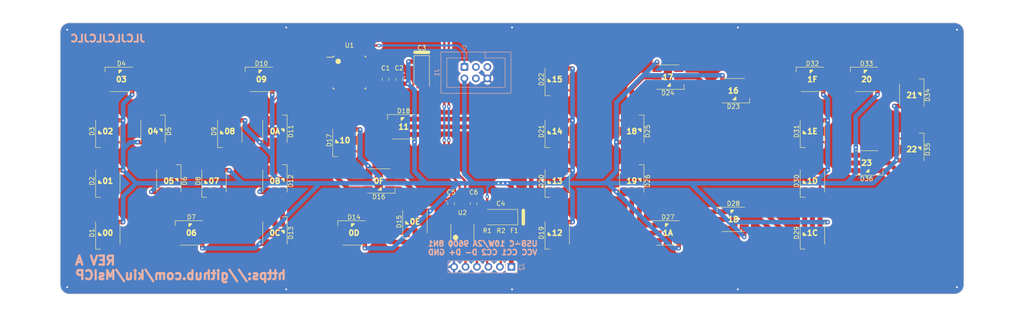
<source format=kicad_pcb>
(kicad_pcb (version 20221018) (generator pcbnew)
  (layers (0 "F.Cu" signal) (31 "B.Cu" signal) (34 "B.Paste" user) (35 "F.Paste" user) (36 "B.SilkS" user "B.Silkscreen") (37 "F.SilkS" user "F.Silkscreen") (38 "B.Mask" user) (39 "F.Mask" user) (44 "Edge.Cuts" user))
  (net 0 "")
  (net 1 "VCC")
  (net 2 "GND")
  (net 3 "MOSI")
  (net 4 "Net-(D1-CO)")
  (net 5 "Net-(D1-DO)")
  (net 6 "Net-(D2-CO)")
  (net 7 "Net-(D2-DO)")
  (net 8 "Net-(D3-CO)")
  (net 9 "Net-(D3-DO)")
  (net 10 "Net-(D4-CO)")
  (net 11 "Net-(D4-DO)")
  (net 12 "Net-(D5-CO)")
  (net 13 "Net-(D5-DO)")
  (net 14 "Net-(D6-CO)")
  (net 15 "Net-(D6-DO)")
  (net 16 "Net-(D7-CO)")
  (net 17 "Net-(D7-DO)")
  (net 18 "Net-(D8-CO)")
  (net 19 "Net-(D8-DO)")
  (net 20 "Net-(D10-CI)")
  (net 21 "Net-(D10-DI)")
  (net 22 "Net-(D10-CO)")
  (net 23 "Net-(D10-DO)")
  (net 24 "Net-(D11-CO)")
  (net 25 "Net-(D11-DO)")
  (net 26 "Net-(D12-CO)")
  (net 27 "Net-(D12-DO)")
  (net 28 "Net-(D13-CO)")
  (net 29 "Net-(D13-DO)")
  (net 30 "Net-(D14-CO)")
  (net 31 "Net-(D14-DO)")
  (net 32 "Net-(D15-CO)")
  (net 33 "Net-(D15-DO)")
  (net 34 "Net-(D16-CO)")
  (net 35 "Net-(D16-DO)")
  (net 36 "Net-(D17-CO)")
  (net 37 "Net-(D17-DO)")
  (net 38 "Net-(D18-CO)")
  (net 39 "Net-(D18-DO)")
  (net 40 "Net-(D19-CO)")
  (net 41 "Net-(D19-DO)")
  (net 42 "Net-(D20-CO)")
  (net 43 "Net-(D20-DO)")
  (net 44 "Net-(D21-CO)")
  (net 45 "Net-(D21-DO)")
  (net 46 "Net-(D22-CO)")
  (net 47 "Net-(D22-DO)")
  (net 48 "Net-(D23-CO)")
  (net 49 "Net-(D23-DO)")
  (net 50 "Net-(D24-CO)")
  (net 51 "Net-(D24-DO)")
  (net 52 "Net-(D25-CO)")
  (net 53 "Net-(D25-DO)")
  (net 54 "Net-(D26-CO)")
  (net 55 "Net-(D26-DO)")
  (net 56 "Net-(D27-CO)")
  (net 57 "Net-(D27-DO)")
  (net 58 "Net-(D28-CO)")
  (net 59 "Net-(D28-DO)")
  (net 60 "Net-(D29-CO)")
  (net 61 "Net-(D29-DO)")
  (net 62 "Net-(D30-CO)")
  (net 63 "Net-(D30-DO)")
  (net 64 "Net-(D31-CO)")
  (net 65 "Net-(D31-DO)")
  (net 66 "Net-(D32-CO)")
  (net 67 "Net-(D32-DO)")
  (net 68 "Net-(D33-CO)")
  (net 69 "Net-(D33-DO)")
  (net 70 "Net-(D34-CO)")
  (net 71 "Net-(D34-DO)")
  (net 72 "UPDI")
  (net 73 "SCK")
  (net 96 "Net-(D35-CO)")
  (net 97 "Net-(D35-DO)")
  (net 103 "Net-(U2-V3)")
  (net 104 "USB_D+")
  (net 105 "USB_D-")
  (net 107 "USB_TXD")
  (net 108 "USB_RXD")
  (net 109 "Net-(J2-Pin_1)")
  (net 110 "Net-(J2-Pin_2)")
  (net 111 "Net-(J2-Pin_3)")
  (footprint "LED_SMD:LED_RGB_5050-6" (layer "F.Cu") (at 118.5 84 90)
    (fp_text reference "D15")
    (fp_text value "APA102")
  )
  (footprint "LED_SMD:LED_RGB_5050-6" (layer "F.Cu") (at 110.5 75 180)
    (fp_text reference "D16")
    (fp_text value "APA102")
  )
  (footprint "Capacitor_SMD:C_0805_2012Metric" (layer "F.Cu") (at 131.5 80 90)
    (fp_text reference "C6")
    (fp_text value "100nF")
  )
  (footprint "LED_SMD:LED_RGB_5050-6" (layer "F.Cu") (at 84.5 52.5)
    (fp_text reference "D10")
    (fp_text value "APA102")
  )
  (footprint "Resistor_SMD:R_0805_2012Metric" (layer "F.Cu") (at 137.5 88.5 90)
    (fp_text reference "R2")
    (fp_text value "5k1")
  )
  (footprint "Capacitor_Tantalum_SMD:CP_EIA-6032-28_Kemet-C" (layer "F.Cu") (at 120 51 -90)
    (fp_text reference "C3")
    (fp_text value "220uF")
  )
  (footprint "LED_SMD:LED_RGB_5050-6" (layer "F.Cu") (at 189 83.5)
    (fp_text reference "D28")
    (fp_text value "APA102")
  )
  (footprint "LED_SMD:LED_RGB_5050-6" (layer "F.Cu") (at 50.5 86.5 90)
    (fp_text reference "D1")
    (fp_text value "APA102")
  )
  (footprint "Capacitor_SMD:C_0805_2012Metric" (layer "F.Cu") (at 112 52.5 90)
    (fp_text reference "C1")
    (fp_text value "10nF")
  )
  (footprint "LED_SMD:LED_RGB_5050-6" (layer "F.Cu") (at 64 75 -90)
    (fp_text reference "D6")
    (fp_text value "APA102")
  )
  (footprint "LED_SMD:LED_RGB_5050-6" (layer "F.Cu") (at 87.5 75 -90)
    (fp_text reference "D12")
    (fp_text value "APA102")
  )
  (footprint "LED_SMD:LED_RGB_5050-6" (layer "F.Cu") (at 87.5 86.5 -90)
    (fp_text reference "D13")
    (fp_text value "APA102")
  )
  (footprint "LED_SMD:LED_RGB_5050-6" (layer "F.Cu") (at 166.5 75 -90)
    (fp_text reference "D26")
    (fp_text value "APA102")
  )
  (footprint "LED_SMD:LED_RGB_5050-6" (layer "F.Cu") (at 60.5 64 -90)
    (fp_text reference "D5")
    (fp_text value "APA102")
  )
  (footprint "Capacitor_SMD:C_0805_2012Metric" (layer "F.Cu") (at 126.5 80 90)
    (fp_text reference "C5")
    (fp_text value "100nF")
  )
  (footprint "LED_SMD:LED_RGB_5050-6" (layer "F.Cu") (at 150 64 90)
    (fp_text reference "D21")
    (fp_text value "APA102")
  )
  (footprint "LED_SMD:LED_RGB_5050-6" (layer "F.Cu") (at 174.5 86.5)
    (fp_text reference "D27")
    (fp_text value "APA102")
  )
  (footprint "LED_SMD:LED_RGB_5050-6" (layer "F.Cu") (at 150 86.5 90)
    (fp_text reference "D19")
    (fp_text value "APA102")
  )
  (footprint "Fuse:Fuse_0805_2012Metric" (layer "F.Cu") (at 140.5 88.5 90)
    (fp_text reference "F1")
    (fp_text value "Polyfuse")
  )
  (footprint "LED_SMD:LED_RGB_5050-6" (layer "F.Cu") (at 150 75 90)
    (fp_text reference "D20")
    (fp_text value "APA102")
  )
  (footprint "LED_SMD:LED_RGB_5050-6" (layer "F.Cu") (at 174.5 52 180)
    (fp_text reference "D24")
    (fp_text value "APA102")
  )
  (footprint "LED_SMD:LED_RGB_5050-6" (layer "F.Cu") (at 189 55 180)
    (fp_text reference "D23")
    (fp_text value "APA102")
  )
  (footprint "LED_SMD:LED_RGB_5050-6" (layer "F.Cu") (at 53.5 52.5)
    (fp_text reference "D4")
    (fp_text value "APA102")
  )
  (footprint "LED_SMD:LED_RGB_5050-6" (layer "F.Cu") (at 87.5 64 -90)
    (fp_text reference "D11")
    (fp_text value "APA102")
  )
  (footprint "Capacitor_Tantalum_SMD:CP_EIA-6032-28_Kemet-C" (layer "F.Cu") (at 137.5 83 180)
    (fp_text reference "C4")
    (fp_text value "220uF")
  )
  (footprint "Package_QFP:TQFP-32_7x7mm_P0.8mm" (layer "F.Cu") (at 104 51)
    (fp_text reference "U1")
    (fp_text value "AVR64DD32")
  )
  (footprint "LED_SMD:LED_RGB_5050-6" (layer "F.Cu") (at 218.5 52.5)
    (fp_text reference "D33")
    (fp_text value "APA102")
  )
  (footprint "LED_SMD:LED_RGB_5050-6" (layer "F.Cu") (at 206.5 64 90)
    (fp_text reference "D31")
    (fp_text value "APA102")
  )
  (footprint "LED_SMD:LED_RGB_5050-6" (layer "F.Cu") (at 74 75 90)
    (fp_text reference "D8")
    (fp_text value "APA102")
  )
  (footprint "LED_SMD:LED_RGB_5050-6" (layer "F.Cu") (at 116 63)
    (fp_text reference "D18")
    (fp_text value "APA102")
  )
  (footprint "LED_SMD:LED_RGB_5050-6" (layer "F.Cu") (at 206.5 52.5)
    (fp_text reference "D32")
    (fp_text value "APA102")
  )
  (footprint "Capacitor_SMD:C_0805_2012Metric" (layer "F.Cu") (at 115 52.5 90)
    (fp_text reference "C2")
    (fp_text value "100nF")
  )
  (footprint "LED_SMD:LED_RGB_5050-6" (layer "F.Cu") (at 166.5 64 -90)
    (fp_text reference "D25")
    (fp_text value "APA102")
  )
  (footprint "LED_SMD:LED_RGB_5050-6" (layer "F.Cu") (at 103 66 90)
    (fp_text reference "D17")
    (fp_text value "APA102")
  )
  (footprint "LED_SMD:LED_RGB_5050-6" (layer "F.Cu") (at 69 86.5)
    (fp_text reference "D7")
    (fp_text value "APA102")
  )
  (footprint "LED_SMD:LED_RGB_5050-6" (layer "F.Cu") (at 77.5 64 90)
    (fp_text reference "D9")
    (fp_text value "APA102")
  )
  (footprint "Package_SO:SOP-8_3.9x4.9mm_P1.27mm" (layer "F.Cu") (at 129 86.5 90)
    (fp_text reference "U2")
    (fp_text value "CH340N")
  )
  (footprint "Resistor_SMD:R_0805_2012Metric" (layer "F.Cu") (at 134.5 88.5 90)
    (fp_text reference "R1")
    (fp_text value "5k1")
  )
  (footprint "LED_SMD:LED_RGB_5050-6" (layer "F.Cu") (at 206.5 75 90)
    (fp_text reference "D30")
    (fp_text value "APA102")
  )
  (footprint "LED_SMD:LED_RGB_5050-6" (layer "F.Cu") (at 150 52.5 90)
    (fp_text reference "D22")
    (fp_text value "APA102")
  )
  (footprint "LED_SMD:LED_RGB_5050-6" (layer "F.Cu") (at 228.5 56 -90)
    (fp_text reference "D34")
    (fp_text value "APA102")
  )
  (footprint "LED_SMD:LED_RGB_5050-6" (layer "F.Cu") (at 50.5 75 90)
    (fp_text reference "D2")
    (fp_text value "APA102")
  )
  (footprint "LED_SMD:LED_RGB_5050-6" (layer "F.Cu") (at 218.5 71 180)
    (fp_text reference "D36")
    (fp_text value "APA102")
  )
  (footprint "LED_SMD:LED_RGB_5050-6" (layer "F.Cu") (at 105 86.5)
    (fp_text reference "D14")
    (fp_text value "APA102")
  )
  (footprint "LED_SMD:LED_RGB_5050-6" (layer "F.Cu") (at 50.5 64 90)
    (fp_text reference "D3")
    (fp_text value "APA102")
  )
  (footprint "LED_SMD:LED_RGB_5050-6" (layer "F.Cu") (at 228.5 68 -90)
    (fp_text reference "D35")
    (fp_text value "APA102")
  )
  (footprint "LED_SMD:LED_RGB_5050-6" (layer "F.Cu") (at 206.5 86.5 90)
    (fp_text reference "D29")
    (fp_text value "APA102")
  )
  (footprint "Connector_PinHeader_2.54mm:PinHeader_1x06_P2.54mm_Vertical" (layer "B.Cu") (at 139.85 94 90)
    (fp_text reference "J2")
    (fp_text value "Conn_01x06")
  )
  (footprint "Connector_IDC:IDC-Header_2x03_P2.54mm_Vertical" (layer "B.Cu") (at 129.455 49.7475 -90)
    (fp_text reference "J1")
    (fp_text value "AVR-UPDI-6")
  )
  (gr_line (start 115.5 61) (end 116 61) (stroke (width 0.3)) (layer "F.SilkS"))
  (gr_line (start 148 87) (end 148 86.5) (stroke (width 0.3)) (layer "F.SilkS"))
  (gr_line (start 65.5 74.5) (end 66 74.5) (stroke (width 0.3)) (layer "F.SilkS"))
  (gr_line (start 76 64.5) (end 75.5 64.5) (stroke (width 0.3)) (layer "F.SilkS"))
  (gr_line (start 89.5 74.5) (end 89.5 75) (stroke (width 0.3)) (layer "F.SilkS"))
  (gr_line (start 89 74.5) (end 89.5 74.5) (stroke (width 0.3)) (layer "F.SilkS"))
  (gr_line (start 230.5 56) (end 230 55.5) (stroke (width 0.3)) (layer "F.SilkS"))
  (gr_line (start 206 51) (end 206 50.5) (stroke (width 0.3)) (layer "F.SilkS"))
  (gr_line (start 230.5 55.5) (end 230.5 56) (stroke (width 0.3)) (layer "F.SilkS"))
  (gr_line (start 168.5 63.5) (end 168.5 64) (stroke (width 0.3)) (layer "F.SilkS"))
  (gr_line (start 75.5 64.5) (end 75.5 64) (stroke (width 0.3)) (layer "F.SilkS"))
  (gr_line (start 148.5 75.5) (end 148 75.5) (stroke (width 0.3)) (layer "F.SilkS"))
  (gr_line (start 148.5 64.5) (end 148 64.5) (stroke (width 0.3)) (layer "F.SilkS"))
  (gr_circle (center 101.5 48.5) (end 102 48.5) (stroke (width 0.2)) (fill solid) (layer "F.SilkS"))
  (gr_line (start 148 64) (end 148.5 64.5) (stroke (width 0.3)) (layer "F.SilkS"))
  (gr_line (start 204.5 64) (end 205 64.5) (stroke (width 0.3)) (layer "F.SilkS"))
  (gr_line (start 168.5 64) (end 168 63.5) (stroke (width 0.3)) (layer "F.SilkS"))
  (gr_line (start 110.5 77) (end 111 76.5) (stroke (width 0.3)) (layer "F.SilkS"))
  (gr_line (start 204.5 75.5) (end 204.5 75) (stroke (width 0.3)) (layer "F.SilkS"))
  (gr_line (start 53 50.5) (end 53.5 50.5) (stroke (width 0.3)) (layer "F.SilkS"))
  (gr_line (start 89.5 64) (end 89 63.5) (stroke (width 0.3)) (layer "F.SilkS"))
  (gr_line (start 230.5 68) (end 230 67.5) (stroke (width 0.3)) (layer "F.SilkS"))
  (gr_line (start 89.5 75) (end 89 74.5) (stroke (width 0.3)) (layer "F.SilkS"))
  (gr_line (start 218.5 50.5) (end 218 51) (stroke (width 0.3)) (layer "F.SilkS"))
  (gr_line (start 101 66.5) (end 101 66) (stroke (width 0.3)) (layer "F.SilkS"))
  (gr_line (start 104.5 85) (end 104.5 84.5) (stroke (width 0.3)) (layer "F.SilkS"))
  (gr_line (start 89.5 63.5) (end 89.5 64) (stroke (width 0.3)) (layer "F.SilkS"))
  (gr_line (start 66 75) (end 65.5 74.5) (stroke (width 0.3)) (layer "F.SilkS"))
  (gr_line (start 219 73) (end 218.5 73) (stroke (width 0.3)) (layer "F.SilkS"))
  (gr_line (start 115.5 61.5) (end 115.5 61) (stroke (width 0.3)) (layer "F.SilkS"))
  (gr_line (start 68.5 84.5) (end 69 84.5) (stroke (width 0.3)) (layer "F.SilkS"))
  (gr_line (start 205 75.5) (end 204.5 75.5) (stroke (width 0.3)) (layer "F.SilkS"))
  (gr_line (start 48.5 87) (end 48.5 86.5) (stroke (width 0.3)) (layer "F.SilkS"))
  (gr_line (start 48.5 86.5) (end 49 87) (stroke (width 0.3)) (layer "F.SilkS"))
  (gr_line (start 62.5 63.5) (end 62.5 64) (stroke (width 0.3)) (layer "F.SilkS"))
  (gr_line (start 53 51) (end 53 50.5) (stroke (width 0.3)) (layer "F.SilkS"))
  (gr_line (start 205 87) (end 204.5 87) (stroke (width 0.3)) (layer "F.SilkS"))
  (gr_line (start 218 50.5) (end 218.5 50.5) (stroke (width 0.3)) (layer "F.SilkS"))
  (gr_line (start 68.5 85) (end 68.5 84.5) (stroke (width 0.3)) (layer "F.SilkS"))
  (gr_line (start 174.5 54) (end 175 53.5) (stroke (width 0.3)) (layer "F.SilkS"))
  (gr_line (start 168.5 75) (end 168 74.5) (stroke (width 0.3)) (layer "F.SilkS"))
  (gr_line (start 189 57) (end 189.5 56.5) (stroke (width 0.3)) (layer "F.SilkS"))
  (gr_line (start 148 75.5) (end 148 75) (stroke (width 0.3)) (layer "F.SilkS"))
  (gr_line (start 148 52.5) (end 148.5 53) (stroke (width 0.3)) (layer "F.SilkS"))
  (gr_line (start 188.5 82) (end 188.5 81.5) (stroke (width 0.3)) (layer "F.SilkS"))
  (gr_circle (center 127.5 87.5) (end 128 87.5) (stroke (width 0.2)) (fill solid) (layer "F.SilkS"))
  (gr_line (start 204.5 87) (end 204.5 86.5) (stroke (width 0.3)) (layer "F.SilkS"))
  (gr_line (start 204.5 75) (end 205 75.5) (stroke (width 0.3)) (layer "F.SilkS"))
  (gr_line (start 142.5 84.5) (end 142.5 81.5) (stroke (width 0.75)) (layer "F.SilkS"))
  (gr_line (start 49 87) (end 48.5 87) (stroke (width 0.3)) (layer "F.SilkS"))
  (gr_line (start 116.5 84) (end 117 84.5) (stroke (width 0.3)) (layer "F.SilkS"))
  (gr_line (start 84.5 50.5) (end 84 51) (stroke (width 0.3)) (layer "F.SilkS"))
  (gr_line (start 48.5 75) (end 49 75.5) (stroke (width 0.3)) (layer "F.SilkS"))
  (gr_line (start 148 86.5) (end 148.5 87) (stroke (width 0.3)) (layer "F.SilkS"))
  (gr_line (start 101.5 66.5) (end 101 66.5) (stroke (width 0.3)) (layer "F.SilkS"))
  (gr_line (start 111 76.5) (end 111 77) (stroke (width 0.3)) (layer "F.SilkS"))
  (gr_line (start 53.5 50.5) (end 53 51) (stroke (width 0.3)) (layer "F.SilkS"))
  (gr_line (start 72 75.5) (end 72 75) (stroke (width 0.3)) (layer "F.SilkS"))
  (gr_line (start 111 77) (end 110.5 77) (stroke (width 0.3)) (layer "F.SilkS"))
  (gr_line (start 188.5 81.5) (end 189 81.5) (stroke (width 0.3)) (layer "F.SilkS"))
  (gr_line (start 148.5 87) (end 148 87) (stroke (width 0.3)) (layer "F.SilkS"))
  (gr_line (start 189.5 57) (end 189 57) (stroke (width 0.3)) (layer "F.SilkS"))
  (gr_line (start 230.5 67.5) (end 230.5 68) (stroke (width 0.3)) (layer "F.SilkS"))
  (gr_line (start 230 67.5) (end 230.5 67.5) (stroke (width 0.3)) (layer "F.SilkS"))
  (gr_line (start 105 84.5) (end 104.5 85) (stroke (width 0.3)) (layer "F.SilkS"))
  (gr_line (start 72.5 75.5) (end 72 75.5) (stroke (width 0.3)) (layer "F.SilkS"))
  (gr_line (start 175 54) (end 174.5 54) (stroke (width 0.3)) (layer "F.SilkS"))
  (gr_line (start 189 81.5) (end 188.5 82) (stroke (width 0.3)) (layer "F.SilkS"))
  (gr_line (start 66 74.5) (end 66 75) (stroke (width 0.3)) (layer "F.SilkS"))
  (gr_line (start 218.5 73) (end 219 72.5) (stroke (width 0.3)) (layer "F.SilkS"))
  (gr_line (start 104.5 84.5) (end 105 84.5) (stroke (width 0.3)) (layer "F.SilkS"))
  (gr_line (start 48.5 75.5) (end 48.5 75) (stroke (width 0.3)) (layer "F.SilkS"))
  (gr_line (start 48.5 64.5) (end 48.5 64) (stroke (width 0.3)) (layer "F.SilkS"))
  (gr_line (start 206.5 50.5) (end 206 51) (stroke (width 0.3)) (layer "F.SilkS"))
  (gr_line (start 174 85) (end 174 84.5) (stroke (width 0.3)) (layer "F.SilkS"))
  (gr_line (start 174.5 84.5) (end 174 85) (stroke (width 0.3)) (layer "F.SilkS"))
  (gr_line (start 148 64.5) (end 148 64) (stroke (width 0.3)) (layer "F.SilkS"))
  (gr_line (start 148 53) (end 148 52.5) (stroke (width 0.3)) (layer "F.SilkS"))
  (gr_line (start 89 63.5) (end 89.5 63.5) (stroke (width 0.3)) (layer "F.SilkS"))
  (gr_line (start 62.5 64) (end 62 63.5) (stroke (width 0.3)) (layer "F.SilkS"))
  (gr_line (start 218 51) (end 218 50.5) (stroke (width 0.3)) (layer "F.SilkS"))
  (gr_line (start 117 84.5) (end 116.5 84.5) (stroke (width 0.3)) (layer "F.SilkS"))
  (gr_line (start 168 74.5) (end 168.5 74.5) (stroke (width 0.3)) (layer "F.SilkS"))
  (gr_line (start 189.5 56.5) (end 189.5 57) (stroke (width 0.3)) (layer "F.SilkS"))
  (gr_line (start 101 66) (end 101.5 66.5) (stroke (width 0.3)) (layer "F.SilkS"))
  (gr_line (start 174 84.5) (end 174.5 84.5) (stroke (width 0.3)) (layer "F.SilkS"))
  (gr_line (start 205 64.5) (end 204.5 64.5) (stroke (width 0.3)) (layer "F.SilkS"))
  (gr_line (start 89.5 86) (end 89.5 86.5) (stroke (width 0.3)) (layer "F.SilkS"))
  (gr_line (start 219 72.5) (end 219 73) (stroke (width 0.3)) (layer "F.SilkS"))
  (gr_line (start 49 75.5) (end 48.5 75.5) (stroke (width 0.3)) (layer "F.SilkS"))
  (gr_line (start 148 75) (end 148.5 75.5) (stroke (width 0.3)) (layer "F.SilkS"))
  (gr_line (start 116 61) (end 115.5 61.5) (stroke (width 0.3)) (layer "F.SilkS"))
  (gr_line (start 148.5 53) (end 148 53) (stroke (width 0.3)) (layer "F.SilkS"))
  (gr_line (start 121.5 46.5) (end 118.5 46.5) (stroke (width 0.75)) (layer "F.SilkS"))
  (gr_line (start 175 53.5) (end 175 54) (stroke (width 0.3)) (layer "F.SilkS"))
  (gr_line (start 72 75) (end 72.5 75.5) (stroke (width 0.3)) (layer "F.SilkS"))
  (gr_line (start 75.5 64) (end 76 64.5) (stroke (width 0.3)) (layer "F.SilkS"))
  (gr_line (start 206 50.5) (end 206.5 50.5) (stroke (width 0.3)) (layer "F.SilkS"))
  (gr_line (start 168 63.5) (end 168.5 63.5) (stroke (width 0.3)) (layer "F.SilkS"))
  (gr_line (start 84 50.5) (end 84.5 50.5) (stroke (width 0.3)) (layer "F.SilkS"))
  (gr_line (start 168.5 74.5) (end 168.5 75) (stroke (width 0.3)) (layer "F.SilkS"))
  (gr_line (start 89.5 86.5) (end 89 86) (stroke (width 0.3)) (layer "F.SilkS"))
  (gr_line (start 49 64.5) (end 48.5 64.5) (stroke (width 0.3)) (layer "F.SilkS"))
  (gr_line (start 204.5 86.5) (end 205 87) (stroke (width 0.3)) (layer "F.SilkS"))
  (gr_line (start 69 84.5) (end 68.5 85) (stroke (width 0.3)) (layer "F.SilkS"))
  (gr_line (start 62 63.5) (end 62.5 63.5) (stroke (width 0.3)) (layer "F.SilkS"))
  (gr_line (start 116.5 84.5) (end 116.5 84) (stroke (width 0.3)) (layer "F.SilkS"))
  (gr_line (start 204.5 64.5) (end 204.5 64) (stroke (width 0.3)) (layer "F.SilkS"))
  (gr_line (start 89 86) (end 89.5 86) (stroke (width 0.3)) (layer "F.SilkS"))
  (gr_line (start 48.5 64) (end 49 64.5) (stroke (width 0.3)) (layer "F.SilkS"))
  (gr_line (start 84 51) (end 84 50.5) (stroke (width 0.3)) (layer "F.SilkS"))
  (gr_line (start 230 55.5) (end 230.5 55.5) (stroke (width 0.3)) (layer "F.SilkS"))
  (gr_line (start 238 40) (end 42 40) (stroke (width 0.1)) (layer "Edge.Cuts"))
  (gr_arc (start 42 100) (mid 40.585786 99.414214) (end 40 98) (stroke (width 0.1)) (layer "Edge.Cuts"))
  (gr_line (start 42 100) (end 238 100) (stroke (width 0.1)) (layer "Edge.Cuts"))
  (gr_line (start 40 42) (end 40 98) (stroke (width 0.1)) (layer "Edge.Cuts"))
  (gr_arc (start 238 40) (mid 239.414214 40.585786) (end 240 42) (stroke (width 0.1)) (layer "Edge.Cuts"))
  (gr_arc (start 240 98) (mid 239.414214 99.414214) (end 238 100) (stroke (width 0.1)) (layer "Edge.Cuts"))
  (gr_arc (start 40 42) (mid 40.585786 40.585786) (end 42 40) (stroke (width 0.1)) (layer "Edge.Cuts"))
  (gr_line (start 240 98) (end 240 42) (stroke (width 0.1)) (layer "Edge.Cuts"))
  (gr_text "USB-C 10W/2A 9600 8N1\nVCC CC1 CC2 D- D+ GND\n" (at 133.5 91.5) (layer "B.SilkS") (effects (font (size 1.2 1.2) (thickness 0.3) bold) (justify bottom mirror)))
  (gr_text "JLCJLCJLCJLC" (at 42 42.5) (layer "B.SilkS") (effects (font (size 1.6 1.6) (thickness 0.4) bold) (justify right top mirror)))
  (gr_text "REV A\nhttps://github.com/kiu/MsICP" (at 43 97) (layer "B.SilkS") (effects (font (size 2 2) (thickness 0.5) bold) (justify right bottom mirror)))
  (gr_text "16" (at 189 55) (layer "F.SilkS") (effects (font (size 1.2 1.2) (thickness 0.3) bold)))
  (gr_text "1F" (at 206.5 52.5) (layer "F.SilkS") (effects (font (size 1.2 1.2) (thickness 0.3) bold)))
  (gr_text "04" (at 60.5 64) (layer "F.SilkS") (effects (font (size 1.2 1.2) (thickness 0.3) bold)))
  (gr_text "0A" (at 87.5 64) (layer "F.SilkS") (effects (font (size 1.2 1.2) (thickness 0.3) bold)))
  (gr_text "03" (at 53.5 52.5) (layer "F.SilkS") (effects (font (size 1.2 1.2) (thickness 0.3) bold)))
  (gr_text "11" (at 116 63) (layer "F.SilkS") (effects (font (size 1.2 1.2) (thickness 0.3) bold)))
  (gr_text "12" (at 150 86.5) (layer "F.SilkS") (effects (font (size 1.2 1.2) (thickness 0.3) bold)))
  (gr_text "0D" (at 105 86.5) (layer "F.SilkS") (effects (font (size 1.2 1.2) (thickness 0.3) bold)))
  (gr_text "21" (at 228.5 56) (layer "F.SilkS") (effects (font (size 1.2 1.2) (thickness 0.3) bold)))
  (gr_text "14" (at 150 64) (layer "F.SilkS") (effects (font (size 1.2 1.2) (thickness 0.3) bold)))
  (gr_text "23" (at 218.5 71) (layer "F.SilkS") (effects (font (size 1.2 1.2) (thickness 0.3) bold)))
  (gr_text "22" (at 228.5 68) (layer "F.SilkS") (effects (font (size 1.2 1.2) (thickness 0.3) bold)))
  (gr_text "05" (at 64 75) (layer "F.SilkS") (effects (font (size 1.2 1.2) (thickness 0.3) bold)))
  (gr_text "20" (at 218.5 52.5) (layer "F.SilkS") (effects (font (size 1.2 1.2) (thickness 0.3) bold)))
  (gr_text "1E" (at 206.5 64) (layer "F.SilkS") (effects (font (size 1.2 1.2) (thickness 0.3) bold)))
  (gr_text "09" (at 84.5 52.5) (layer "F.SilkS") (effects (font (size 1.2 1.2) (thickness 0.3) bold)))
  (gr_text "07" (at 74 75) (layer "F.SilkS") (effects (font (size 1.2 1.2) (thickness 0.3) bold)))
  (gr_text "1C" (at 206.5 86.5) (layer "F.SilkS") (effects (font (size 1.2 1.2) (thickness 0.3) bold)))
  (gr_text "19" (at 166.5 75) (layer "F.SilkS") (effects (font (size 1.2 1.2) (thickness 0.3) bold)))
  (gr_text "0B" (at 87.5 75) (layer "F.SilkS") (effects (font (size 1.2 1.2) (thickness 0.3) bold)))
  (gr_text "1B" (at 189 83.5) (layer "F.SilkS") (effects (font (size 1.2 1.2) (thickness 0.3) bold)))
  (gr_text "0C" (at 87.5 86.5) (layer "F.SilkS") (effects (font (size 1.2 1.2) (thickness 0.3) bold)))
  (gr_text "0E" (at 118.5 84) (layer "F.SilkS") (effects (font (size 1.2 1.2) (thickness 0.3) bold)))
  (gr_text "08" (at 77.5 64) (layer "F.SilkS") (effects (font (size 1.2 1.2) (thickness 0.3) bold)))
  (gr_text "10" (at 103 66) (layer "F.SilkS") (effects (font (size 1.2 1.2) (thickness 0.3) bold)))
  (gr_text "06" (at 69 86.5) (layer "F.SilkS") (effects (font (size 1.2 1.2) (thickness 0.3) bold)))
  (gr_text "02" (at 50.5 64) (layer "F.SilkS") (effects (font (size 1.2 1.2) (thickness 0.3) bold)))
  (gr_text "1A" (at 174.5 86.5) (layer "F.SilkS") (effects (font (size 1.2 1.2) (thickness 0.3) bold)))
  (gr_text "00" (at 50.5 86.5) (layer "F.SilkS") (effects (font (size 1.2 1.2) (thickness 0.3) bold)))
  (gr_text "15" (at 150 52.5) (layer "F.SilkS") (effects (font (size 1.2 1.2) (thickness 0.3) bold)))
  (gr_text "0F" (at 110.5 75) (layer "F.SilkS") (effects (font (size 1.2 1.2) (thickness 0.3) bold)))
  (gr_text "01" (at 50.5 75) (layer "F.SilkS") (effects (font (size 1.2 1.2) (thickness 0.3) bold)))
  (gr_text "1D" (at 206.5 75) (layer "F.SilkS") (effects (font (size 1.2 1.2) (thickness 0.3) bold)))
  (gr_text "18" (at 166.5 64) (layer "F.SilkS") (effects (font (size 1.2 1.2) (thickness 0.3) bold)))
  (gr_text "13" (at 150 75) (layer "F.SilkS") (effects (font (size 1.2 1.2) (thickness 0.3) bold)))
  (gr_text "17" (at 174.5 52) (layer "F.SilkS") (effects (font (size 1.2 1.2) (thickness 0.3) bold)))
  (segment (start 79.2 61.6) (end 80.9 61.6) (width 1) (layer "F.Cu") (net 1))
  (segment (start 137 75.5) (end 139 75.5) (width 1) (layer "F.Cu") (net 1))
  (segment (start 130.905 83.875) (end 130.905 82.595) (width 0.5) (layer "F.Cu") (net 1))
  (segment (start 172.1 50.3) (end 172.1 48.6) (width 1) (layer "F.Cu") (net 1))
  (segment (start 120.2 81.6) (end 121.9 81.6) (width 1) (layer "F.Cu") (net 1))
  (segment (start 131.5 80.95) (end 133.05 80.95) (width 0.5) (layer "F.Cu") (net 1))
  (segment (start 226.8 70.4) (end 225.1 70.4) (width 1) (layer "F.Cu") (net 1))
  (segment (start 139.9625 83) (end 139.9625 76.4625) (width 1) (layer "F.Cu") (net 1))
  (segment (start 131.5 82) (end 131.5 80.95) (width 0.5) (layer "F.Cu") (net 1))
  (segment (start 140.5 86.5) (end 139.9625 85.9625) (width 1) (layer "F.Cu") (net 1))
  (segment (start 208.2 61.6) (end 209.9 61.6) (width 1) (layer "F.Cu") (net 1))
  (segment (start 216.1 69.3) (end 216.1 67.6) (width 1) (layer "F.Cu") (net 1))
  (segment (start 220.9 54.2) (end 220.9 55.9) (width 1) (layer "F.Cu") (net 1))
  (segment (start 102 55.25) (end 102 54.338604) (width 0.5) (layer "F.Cu") (net 1))
  (segment (start 226.8 58.4) (end 224.6 58.4) (width 1) (layer "F.Cu") (net 1))
  (segment (start 151.7 50.1) (end 153.4 50.1) (width 1) (layer "F.Cu") (net 1))
  (segment (start 104.4 51.9) (end 105.5 53) (width 0.5) (layer "F.Cu") (net 1))
  (segment (start 164.8 66.4) (end 163.1 66.4) (width 1) (layer "F.Cu") (net 1))
  (segment (start 208.2 84.1) (end 209.9 84.1) (width 1) (layer "F.Cu") (net 1))
  (segment (start 55.9 54.2) (end 55.9 55.9) (width 1) (layer "F.Cu") (net 1))
  (segment (start 110 53) (end 108.25 53) (width 0.5) (layer "F.Cu") (net 1))
  (segment (start 191.4 85.2) (end 191.4 87.4) (width 1) (layer "F.Cu") (net 1))
  (segment (start 139.9625 76.4625) (end 139 75.5) (width 1) (layer "F.Cu") (net 1))
  (segment (start 130.905 82.595) (end 131.5 82) (width 0.5) (layer "F.Cu") (net 1))
  (segment (start 104.4 46.75) (end 104.4 51.9) (width 0.5) (layer "F.Cu") (net 1))
  (segment (start 58.8 66.4) (end 57.1 66.4) (width 1) (layer "F.Cu") (net 1))
  (segment (start 118.4 64.7) (end 118.4 66.4) (width 1) (layer "F.Cu") (net 1))
  (segment (start 134.5 79.5) (end 134.5 78.5) (width 0.5) (layer "F.Cu") (net 1))
  (segment (start 111.75 53.45) (end 110.45 53.45) (width 0.5) (layer "F.Cu") (net 1))
  (segment (start 52.2 61.6) (end 53.9 61.6) (width 1) (layer "F.Cu") (net 1))
  (segment (start 105.5 53) (end 108.25 53) (width 0.5) (layer "F.Cu") (net 1))
  (segment (start 85.8 77.4) (end 84.1 77.4) (width 1) (layer "F.Cu") (net 1))
  (segment (start 208.9 54.2) (end 208.9 55.9) (width 1) (layer "F.Cu") (net 1))
  (segment (start 52.2 84.1) (end 53.9 84.1) (width 1) (layer "F.Cu") (net 1))
  (segment (start 107.4 88.2) (end 107.4 89.9) (width 1) (layer "F.Cu") (net 1))
  (segment (start 52.2 72.6) (end 53.9 72.6) (width 1) (layer "F.Cu") (net 1))
  (segment (start 208.2 72.6) (end 209.9 72.6) (width 1) (layer "F.Cu") (net 1))
  (segment (start 108.1 73.3) (end 108.1 71.6) (width 1) (layer "F.Cu") (net 1))
  (segment (start 85.8 88.9) (end 84.1 88.9) (width 1) (layer "F.Cu") (net 1))
  (segment (start 62.3 77.4) (end 60.1 77.4) (width 1) (layer "F.Cu") (net 1))
  (segment (start 86.9 54.2) (end 86.9 55.9) (width 1) (layer "F.Cu") (net 1))
  (segment (start 164.8 77.4) (end 163.1 77.4) (width 1) (layer "F.Cu") (net 1))
  (segment (start 102 54.338604) (end 103.338604 53) (width 0.5) (layer "F.Cu") (net 1))
  (segment (start 186.6 53.3) (end 186.6 51.6) (width 1) (layer "F.Cu") (net 1))
  (segment (start 114.76 53.45) (end 111.75 53.45) (width 1) (layer "F.Cu") (net 1))
  (segment (start 139.9625 85.9625) (end 139.9625 83) (width 1) (layer "F.Cu") (net 1))
  (segment (start 140.5 87.5625) (end 140.5 86.5) (width 1) (layer "F.Cu") (net 1))
  (segment (start 133.05 80.95) (end 134.5 79.5) (width 0.5) (layer "F.Cu") (net 1))
  (segment (start 120 48.5375) (end 117.0375 48.5375) (width 1) (layer "F.Cu") (net 1))
  (segment (start 75.7 72.6) (end 77.4 72.6) (width 1) (layer "F.Cu") (net 1))
  (segment (start 110.45 53.45) (end 110 53) (width 0.5) (layer "F.Cu") (net 1))
  (segment (start 104.7 63.6) (end 106.4 63.6) (width 1) (layer "F.Cu") (net 1))
  (segment (start 85.8 66.4) (end 84.1 66.4) (width 1) (layer "F.Cu") (net 1))
  (segment (start 151.7 61.6) (end 153.4 61.6) (width 1) (layer "F.Cu") (net 1))
  (segment (start 176.9 88.2) (end 176.9 89.9) (width 1) (layer "F.Cu") (net 1))
  (segment (start 151.7 84.1) (end 153.4 84.1) (width 1) (layer "F.Cu") (net 1))
  (segment (start 151.7 72.6) (end 153.4 72.6) (width 1) (layer "F.Cu") (net 1))
  (segment (start 114.76 53.45) (end 116.95 53.45) (width 1) (layer "F.Cu") (net 1))
  (segment (start 71.4 88.2) (end 71.4 89.9) (width 1) (layer "F.Cu") (net 1))
  (segment (start 103.338604 53) (end 105.5 53) (width 0.5) (layer "F.Cu") (net 1))
  (via (at 107.4 89.9) (size 0.8) (drill 0.4) (layers "F.Cu" "B.Cu") (net 1))
  (via (at 172.1 48.6) (size 0.8) (drill 0.4) (layers "F.Cu" "B.Cu") (net 1))
  (via (at 80.9 61.6) (size 0.8) (drill 0.4) (layers "F.Cu" "B.Cu") (net 1))
  (via (at 134.5 78.5) (size 0.8) (drill 0.4) (layers "F.Cu" "B.Cu") (net 1))
  (via (at 60.1 77.4) (size 0.8) (drill 0.4) (layers "F.Cu" "B.Cu") (net 1))
  (via (at 86.9 55.9) (size 0.8) (drill 0.4) (layers "F.Cu" "B.Cu") (net 1))
  (via (at 57.1 66.4) (size 0.8) (drill 0.4) (layers "F.Cu" "B.Cu") (net 1))
  (via (at 153.4 50.1) (size 0.8) (drill 0.4) (layers "F.Cu" "B.Cu") (net 1))
  (via (at 84.1 66.4) (size 0.8) (drill 0.4) (layers "F.Cu" "B.Cu") (net 1))
  (via (at 55.9 55.9) (size 0.8) (drill 0.4) (layers "F.Cu" "B.Cu") (net 1))
  (via (at 53.9 72.6) (size 0.8) (drill 0.4) (layers "F.Cu" "B.Cu") (net 1))
  (via (at 116.95 53.45) (size 0.8) (drill 0.4) (layers "F.Cu" "B.Cu") (net 1))
  (via (at 209.9 61.6) (size 0.8) (drill 0.4) (layers "F.Cu" "B.Cu") (net 1))
  (via (at 153.4 61.6) (size 0.8) (drill 0.4) (layers "F.Cu" "B.Cu") (net 1))
  (via (at 225.1 70.4) (size 0.8) (drill 0.4) (layers "F.Cu" "B.Cu") (net 1))
  (via (at 84.1 88.9) (size 0.8) (drill 0.4) (layers "F.Cu" "B.Cu") (net 1))
  (via (at 53.9 84.1) (size 0.8) (drill 0.4) (layers "F.Cu" "B.Cu") (net 1))
  (via (at 153.4 72.6) (size 0.8) (drill 0.4) (layers "F.Cu" "B.Cu") (net 1))
  (via (at 220.9 55.9) (size 0.8) (drill 0.4) (layers "F.Cu" "B.Cu") (net 1))
  (via (at 153.4 84.1) (size 0.8) (drill 0.4) (layers "F.Cu" "B.Cu") (net 1))
  (via (at 224.6 58.4) (size 0.8) (drill 0.4) (layers "F.Cu" "B.Cu") (net 1))
  (via (at 163.1 66.4) (size 0.8) (drill 0.4) (layers "F.Cu" "B.Cu") (net 1))
  (via (at 163.1 77.4) (size 0.8) (drill 0.4) (layers "F.Cu" "B.Cu") (net 1))
  (via (at 117.0375 48.5375) (size 0.8) (drill 0.4) (layers "F.Cu" "B.Cu") (net 1))
  (via (at 108.1 71.6) (size 0.8) (drill 0.4) (layers "F.Cu" "B.Cu") (net 1))
  (via (at 209.9 72.6) (size 0.8) (drill 0.4) (layers "F.Cu" "B.Cu") (net 1))
  (via (at 84.1 77.4) (size 0.8) (drill 0.4) (layers "F.Cu" "B.Cu") (net 1))
  (via (at 186.6 51.6) (size 0.8) (drill 0.4) (layers "F.Cu" "B.Cu") (net 1))
  (via (at 191.4 87.4) (size 0.8) (drill 0.4) (layers "F.Cu" "B.Cu") (net 1))
  (via (at 176.9 89.9) (size 0.8) (drill 0.4) (layers "F.Cu" "B.Cu") (net 1))
  (via (at 53.9 61.6) (size 0.8) (drill 0.4) (layers "F.Cu" "B.Cu") (net 1))
  (via (at 121.9 81.6) (size 0.8) (drill 0.4) (layers "F.Cu" "B.Cu") (net 1))
  (via (at 77.4 72.6) (size 0.8) (drill 0.4) (layers "F.Cu" "B.Cu") (net 1))
  (via (at 216.1 67.6) (size 0.8) (drill 0.4) (layers "F.Cu" "B.Cu") (net 1))
  (via (at 137 75.5) (size 0.8) (drill 0.4) (layers "F.Cu" "B.Cu") (net 1))
  (via (at 118.4 66.4) (size 0.8) (drill 0.4) (layers "F.Cu" "B.Cu") (net 1))
  (via (at 209.9 84.1) (size 0.8) (drill 0.4) (layers "F.Cu" "B.Cu") (net 1))
  (via (at 138 75.5) (size 0.8) (drill 0.4) (layers "F.Cu" "B.Cu") (net 1))
  (via (at 139 75.5) (size 0.8) (drill 0.4) (layers "F.Cu" "B.Cu") (net 1))
  (via (at 106.4 63.6) (size 0.8) (drill 0.4) (layers "F.Cu" "B.Cu") (net 1))
  (via (at 71.4 89.9) (size 0.8) (drill 0.4) (layers "F.Cu" "B.Cu") (net 1))
  (via (at 208.9 55.9) (size 0.8) (drill 0.4) (layers "F.Cu" "B.Cu") (net 1))
  (segment (start 87 75.5) (end 81 75.5) (width 1) (layer "B.Cu") (net 1))
  (segment (start 131.5 75.5) (end 128.5 75.5) (width 1) (layer "B.Cu") (net 1))
  (segment (start 121 75.5) (end 112.5 75.5) (width 1) (layer "B.Cu") (net 1))
  (segment (start 134.5 78.5) (end 134.5 76.5) (width 0.5) (layer "B.Cu") (net 1))
  (segment (start 153.4 77.4) (end 151.5 75.5) (width 1) (layer "B.Cu") (net 1))
  (segment (start 163.1 66.4) (end 163.1 57.6) (width 1) (layer "B.Cu") (net 1))
  (segment (start 186.6 51.6) (end 169.1 51.6) (width 1) (layer "B.Cu") (net 1))
  (segment (start 128.5 75.5) (end 121 75.5) (width 1) (layer "B.Cu") (net 1))
  (segment (start 83.1 89.9) (end 84.1 88.9) (width 1) (layer "B.Cu") (net 1))
  (segment (start 118.4 72.9) (end 121 75.5) (width 1) (layer "B.Cu") (net 1))
  (segment (start 84.1 88.9) (end 97.5 75.5) (width 1) (layer "B.Cu") (net 1))
  (segment (start 106.4 63.6) (end 106.4 69.9) (width 1) (layer "B.Cu") (net 1))
  (segment (start 112 75.5) (end 112.5 75.5) (width 1) (layer "B.Cu") (net 1))
  (segment (start 129.455 73.455) (end 131.5 75.5) (width 1) (layer "B.Cu") (net 1))
  (segment (start 134.5 76.5) (end 135.5 75.5) (width 0.5) (layer "B.Cu") (net 1))
  (segment (start 214 75.5) (end 220 75.5) (width 1) (layer "B.Cu") (net 1))
  (segment (start 178.5 75.5) (end 207 75.5) (width 1) (layer "B.Cu") (net 1))
  (segment (start 118.4 66.4) (end 118.4 72.9) (width 1) (layer "B.Cu") (net 1))
  (segment (start 86.9 73.4) (end 89 75.5) (width 1) (layer "B.Cu") (net 1))
  (segment (start 216.1 60.7) (end 220.9 55.9) (width 1) (layer "B.Cu") (net 1))
  (segment (start 216.1 67.6) (end 216.1 73.4) (width 1) (layer "B.Cu") (net 1))
  (segment (start 53.9 78.4) (end 56.8 75.5) (width 1) (layer "B.Cu") (net 1))
  (segment (start 153.4 73.6) (end 151.5 75.5) (width 1) (layer "B.Cu") (net 1))
  (segment (start 53.9 68) (end 53.9 61.6) (width 1) (layer "B.Cu") (net 1))
  (segment (start 209.9 61.6) (end 209.9 56.9) (width 1) (layer "B.Cu") (net 1))
  (segment (start 80.9 61.6) (end 80.9 63.2) (width 1) (layer "B.Cu") (net 1))
  (segment (start 86 75.5) (end 87 75.5) (width 1) (layer "B.Cu") (net 1))
  (segment (start 163.1 77.4) (end 161.2 75.5) (width 1) (layer "B.Cu") (net 1))
  (segment (start 108.1 71.6) (end 112 75.5) (width 1) (layer "B.Cu") (net 1))
  (segment (start 134.5 75.5) (end 135.5 75.5) (width 1) (layer "B.Cu") (net 1))
  (segment (start 60.1 77.4) (end 62 75.5) (width 1) (layer "B.Cu") (net 1))
  (segment (start 207 75.5) (end 207.5 75) (width 1) (layer "B.Cu") (net 1))
  (segment (start 160.5 75.5) (end 178.5 75.5) (width 1) (layer "B.Cu") (net 1))
  (segment (start 131.5 75.5) (end 134.5 75.5) (width 1) (layer "B.Cu") (net 1))
  (segment (start 86.9 70.5) (end 86.9 73.4) (width 1) (layer "B.Cu") (net 1))
  (segment (start 207 75.5) (end 214 75.5) (width 1) (layer "B.Cu") (net 1))
  (segment (start 153.4 72.6) (end 153.4 73.6) (width 1) (layer "B.Cu") (net 1))
  (segment (start 153.4 84.1) (end 153.4 77.4) (width 1) (layer "B.Cu") (net 1))
  (segment (start 53.9 57.9) (end 55.9 55.9) (width 1) (layer "B.Cu") (net 1))
  (segment (start 77.4 72.6) (end 80.3 75.5) (width 1) (layer "B.Cu") (net 1))
  (segment (start 117.0375 53.3625) (end 116.95 53.45) (width 1) (layer "B.Cu") (net 1))
  (segment (start 175.6 89.9) (end 176.9 89.9) (width 1) (layer "B.Cu") (net 1))
  (segment (start 56.8 75.5) (end 53.9 72.6) (width 1) (layer "B.Cu") (net 1))
  (segment (start 209.9 72.6) (end 207.5 75) (width 1) (layer "B.Cu") (net 1))
  (segment (start 113.6 89.9) (end 121.9 81.6) (width 1) (layer "B.Cu") (net 1))
  (segment (start 118.4 54.9) (end 116.95 53.45) (width 1) (layer "B.Cu") (net 1))
  (segment (start 128 75.5) (end 128.5 75.5) (width 1) (layer "B.Cu") (net 1))
  (segment (start 153.4 61.6) (end 153.4 72.6) (width 1) (layer "B.Cu") (net 1))
  (segment (start 135.5 75.5) (end 151.5 75.5) (width 1) (layer "B.Cu") (net 1))
  (segment (start 80.3 75.5) (end 81 75.5) (width 1) (layer "B.Cu") (net 1))
  (segment (start 112.5 75.5) (end 99 75.5) (width 1) (layer "B.Cu") (net 1))
  (segment (start 99 75.5) (end 89 75.5) (width 1) (layer "B.Cu") (net 1))
  (segment (start 57.1 66.4) (end 55.5 66.4) (width 1) (layer "B.Cu") (net 1))
  (segment (start 216.1 67.6) (end 216.1 60.7) (width 1) (layer "B.Cu") (net 1))
  (segment (start 129.455 52.2875) (end 129.455 73.455) (width 1) (layer "B.Cu") (net 1))
  (segment (start 53.9 84.1) (end 53.9 78.4) (width 1) (layer "B.Cu") (net 1))
  (segment (start 172.6 86.9) (end 175.6 89.9) (width 1) (layer "B.Cu") (net 1))
  (segment (start 209.9 56.9) (end 208.9 55.9) (width 1) (layer "B.Cu") (net 1))
  (segment (start 225.1 70.4) (end 225.1 58.9) (width 1) (layer "B.Cu") (net 1))
  (segment (start 163.1 72.9) (end 160.5 75.5) (width 1) (layer "B.Cu") (net 1))
  (segment (start 163.1 57.6) (end 168.6 52.1) (width 1) (layer "B.Cu") (net 1))
  (segment (start 62 75.5) (end 63 75.5) (width 1) (layer "B.Cu") (net 1))
  (segment (start 71.4 89.9) (end 83.1 89.9) (width 1) (layer "B.Cu") (net 1))
  (segment (start 187.75 83.75) (end 179.5 75.5) (width 1) (layer "B.Cu") (net 1))
  (segment (start 168.6 52.1) (end 172.1 48.6) (width 1) (layer "B.Cu") (net 1))
  (segment (start 220 75.5) (end 225.1 70.4) (width 1) (layer "B.Cu") (net 1))
  (segment (start 188.1 84.1) (end 187.75 83.75) (width 1) (layer "B.Cu") (net 1))
  (segment (start 89 75.5) (end 87 75.5) (width 1) (layer "B.Cu") (net 1))
  (segment (start 80.9 63.2) (end 84.1 66.4) (width 1) (layer "B.Cu") (net 1))
  (segment (start 106.4 69.9) (end 108.1 71.6) (width 1) (layer "B.Cu") (net 1))
  (segment (start 118.4 66.4) (end 118.4 54.9) (width 1) (layer "B.Cu") (net 1))
  (segment (start 86.9 69.2) (end 86.9 70.5) (width 1) (layer "B.Cu") (net 1))
  (segment (start 153.4 50.1) (end 153.4 61.6) (width 1) (layer "B.Cu") (net 1))
  (segment (start 225.1 58.9) (end 224.6 58.4) (width 1) (layer "B.Cu") (net 1))
  (segment (start 209.9 84.1) (end 188.1 84.1) (width 1) (layer "B.Cu") (net 1))
  (segment (start 151.5 75.5) (end 160.5 75.5) (width 1) (layer "B.Cu") (net 1))
  (segment (start 84.1 77.4) (end 86 75.5) (width 1) (layer "B.Cu") (net 1))
  (segment (start 161.2 75.5) (end 160.5 75.5) (width 1) (layer "B.Cu") (net 1))
  (segment (start 191.4 87.4) (end 187.75 83.75) (width 1) (layer "B.Cu") (net 1))
  (segment (start 86.9 55.9) (end 86.9 70.5) (width 1) (layer "B.Cu") (net 1))
  (segment (start 209.9 72.6) (end 209.9 61.6) (width 1) (layer "B.Cu") (net 1))
  (segment (start 179.5 75.5) (end 178.5 75.5) (width 1) (layer "B.Cu") (net 1))
  (segment (start 55.5 66.4) (end 53.9 68) (width 1) (layer "B.Cu") (net 1))
  (segment (start 107.4 89.9) (end 113.6 89.9) (width 1) (layer "B.Cu") (net 1))
  (segment (start 121.9 81.6) (end 128 75.5) (width 1) (layer "B.Cu") (net 1))
  (segment (start 163.1 77.4) (end 172.6 86.9) (width 1) (layer "B.Cu") (net 1))
  (segment (start 169.1 51.6) (end 168.6 52.1) (width 1) (layer "B.Cu") (net 1))
  (segment (start 53.9 72.6) (end 53.9 68) (width 1) (layer "B.Cu") (net 1))
  (segment (start 81 75.5) (end 63 75.5) (width 1) (layer "B.Cu") (net 1))
  (segment (start 216.1 73.4) (end 214 75.5) (width 1) (layer "B.Cu") (net 1))
  (segment (start 163.1 66.4) (end 163.1 72.9) (width 1) (layer "B.Cu") (net 1))
  (segment (start 53.9 61.6) (end 53.9 57.9) (width 1) (layer "B.Cu") (net 1))
  (segment (start 117.0375 48.5375) (end 117.0375 53.3625) (width 1) (layer "B.Cu") (net 1))
  (segment (start 63 75.5) (end 56.8 75.5) (width 1) (layer "B.Cu") (net 1))
  (segment (start 84.1 66.4) (end 86.9 69.2) (width 1) (layer "B.Cu") (net 1))
  (segment (start 97.5 75.5) (end 99 75.5) (width 1) (layer "B.Cu") (net 1))
  (segment (start 111.75 51.55) (end 114.76 51.55) (width 0.5) (layer "F.Cu") (net 2))
  (segment (start 105 44) (end 108 44) (width 0.5) (layer "F.Cu") (net 2))
  (segment (start 111.75 51.55) (end 110.65 51.55) (width 0.5) (layer "F.Cu") (net 2))
  (segment (start 103.6 48.9) (end 103 49.5) (width 0.5) (layer "F.Cu") (net 2))
  (segment (start 110.65 51.55) (end 110 52.2) (width 0.5) (layer "F.Cu") (net 2))
  (segment (start 129.635 87.135) (end 129 86.5) (width 0.5) (layer "F.Cu") (net 2))
  (segment (start 103.6 45.4) (end 105 44) (width 0.5) (layer "F.Cu") (net 2))
  (segment (start 108 44) (end 110.5 44) (width 0.5) (layer "F.Cu") (net 2))
  (segment (start 108.25 52.2) (end 110 52.2) (width 0.5) (layer "F.Cu") (net 2))
  (segment (start 129.635 89.125) (end 129.635 87.135) (width 0.5) (layer "F.Cu") (net 2))
  (segment (start 103.6 46.75) (end 103.6 45.4) (width 0.5) (layer "F.Cu") (net 2))
  (segment (start 106.7 52.2) (end 106 51.5) (width 0.5) (layer "F.Cu") (net 2))
  (segment (start 108.25 52.2) (end 106.7 52.2) (width 0.5) (layer "F.Cu") (net 2))
  (segment (start 103.6 46.75) (end 103.6 48.9) (width 0.5) (layer "F.Cu") (net 2))
  (via (at 41.5 41.5) (size 0.8) (drill 0.4) (layers "F.Cu" "B.Cu") (net 2))
  (via (at 190 41) (size 0.8) (drill 0.4) (layers "F.Cu" "B.Cu") (net 2))
  (via (at 90 99) (size 0.8) (drill 0.4) (layers "F.Cu" "B.Cu") (net 2))
  (via (at 41.5 98.5) (size 0.8) (drill 0.4) (layers "F.Cu" "B.Cu") (net 2))
  (via (at 238.5 98.5) (size 0.8) (drill 0.4) (layers "F.Cu" "B.Cu") (net 2))
  (via (at 190 99) (size 0.8) (drill 0.4) (layers "F.Cu" "B.Cu") (net 2))
  (via (at 140 41) (size 0.8) (drill 0.4) (layers "F.Cu" "B.Cu") (net 2))
  (via (at 90 41) (size 0.8) (drill 0.4) (layers "F.Cu" "B.Cu") (net 2))
  (via (at 238.5 41.5) (size 0.8) (drill 0.4) (layers "F.Cu" "B.Cu") (net 2))
  (via (at 140 99) (size 0.8) (drill 0.4) (layers "F.Cu" "B.Cu") (net 2))
  (segment (start 43 50) (end 47 46) (width 1) (layer "F.Cu") (net 3))
  (segment (start 99.75 49) (end 98 49) (width 0.5) (layer "F.Cu") (net 3))
  (segment (start 95 46) (end 93 46) (width 0.5) (layer "F.Cu") (net 3))
  (segment (start 46 88.9) (end 48.8 88.9) (width 1) (layer "F.Cu") (net 3))
  (segment (start 43 86) (end 43.1 86) (width 1) (layer "F.Cu") (net 3))
  (segment (start 43.1 86) (end 46 88.9) (width 1) (layer "F.Cu") (net 3))
  (segment (start 52 46) (end 93 46) (width 1) (layer "F.Cu") (net 3))
  (segment (start 98 49) (end 95 46) (width 0.5) (layer "F.Cu") (net 3))
  (segment (start 43 50) (end 43 86) (width 1) (layer "F.Cu") (net 3))
  (segment (start 47 46) (end 52 46) (width 1) (layer "F.Cu") (net 3))
  (segment (start 50.5 84.1) (end 50.5 77.4) (width 1) (layer "F.Cu") (net 4))
  (segment (start 48.8 84.1) (end 48.8 77.4) (width 1) (layer "F.Cu") (net 5))
  (segment (start 50.5 72.6) (end 50.5 66.4) (width 1) (layer "F.Cu") (net 6))
  (segment (start 48.8 72.6) (end 48.8 66.4) (width 1) (layer "F.Cu") (net 7))
  (segment (start 49.5 52.5) (end 51.1 52.5) (width 1) (layer "F.Cu") (net 8))
  (segment (start 50.5 58.5) (end 48.5 56.5) (width 1) (layer "F.Cu") (net 8))
  (segment (start 50.5 61.6) (end 50.5 58.5) (width 1) (layer "F.Cu") (net 8))
  (segment (start 48.5 53.5) (end 49.5 52.5) (width 1) (layer "F.Cu") (net 8))
  (segment (start 48.5 56.5) (end 48.5 53.5) (width 1) (layer "F.Cu") (net 8))
  (segment (start 47 52.5) (end 47 57.5) (width 1) (layer "F.Cu") (net 9))
  (segment (start 51.1 50.8) (end 48.7 50.8) (width 1) (layer "F.Cu") (net 9))
  (segment (start 47 57.5) (end 48.8 59.3) (width 1) (layer "F.Cu") (net 9))
  (segment (start 48.7 50.8) (end 47 52.5) (width 1) (layer "F.Cu") (net 9))
  (segment (start 48.8 59.3) (end 48.8 61.6) (width 1) (layer "F.Cu") (net 9))
  (segment (start 56.9 52.5) (end 55.9 52.5) (width 1) (layer "F.Cu") (net 10))
  (segment (start 60.5 61.6) (end 60.5 56.1) (width 1) (layer "F.Cu") (net 10))
  (segment (start 60.5 56.1) (end 56.9 52.5) (width 1) (layer "F.Cu") (net 10))
  (segment (start 55.9 50.8) (end 57.8 50.8) (width 1) (layer "F.Cu") (net 11))
  (segment (start 57.8 50.8) (end 62.2 55.2) (width 1) (layer "F.Cu") (net 11))
  (segment (start 62.2 55.2) (end 62.2 61.6) (width 1) (layer "F.Cu") (net 11))
  (segment (start 64 71.76005) (end 64 72.6) (width 1) (layer "F.Cu") (net 12))
  (segment (start 60.5 68.26005) (end 64 71.76005) (width 1) (layer "F.Cu") (net 12))
  (segment (start 60.5 66.4) (end 60.5 68.26005) (width 1) (layer "F.Cu") (net 12))
  (segment (start 65.7 71.2) (end 65.7 72.6) (width 1) (layer "F.Cu") (net 13))
  (segment (start 62.2 67.7) (end 65.7 71.2) (width 1) (layer "F.Cu") (net 13))
  (segment (start 62.2 66.4) (end 62.2 67.7) (width 1) (layer "F.Cu") (net 13))
  (segment (start 64 85.5) (end 65 86.5) (width 1) (layer "F.Cu") (net 14))
  (segment (start 65 86.5) (end 66.6 86.5) (width 1) (layer "F.Cu") (net 14))
  (segment (start 64 77.4) (end 64 85.5) (width 1) (layer "F.Cu") (net 14))
  (segment (start 65.7 80.7) (end 66.6 81.6) (width 1) (layer "F.Cu") (net 15))
  (segment (start 65.7 77.4) (end 65.7 80.7) (width 1) (layer "F.Cu") (net 15))
  (segment (start 66.6 81.6) (end 66.6 84.8) (width 1) (layer "F.Cu") (net 15))
  (segment (start 74 85.5) (end 74 77.4) (width 1) (layer "F.Cu") (net 16))
  (segment (start 71.4 86.5) (end 73 86.5) (width 1) (layer "F.Cu") (net 16))
  (segment (start 73 86.5) (end 74 85.5) (width 1) (layer "F.Cu") (net 16))
  (segment (start 71.4 81.6) (end 72.3 80.7) (width 1) (layer "F.Cu") (net 17))
  (segment (start 71.4 84.8) (end 71.4 81.6) (width 1) (layer "F.Cu") (net 17))
  (segment (start 72.3 80.7) (end 72.3 77.4) (width 1) (layer "F.Cu") (net 17))
  (segment (start 74 72.6) (end 74 71.6) (width 1) (layer "F.Cu") (net 18))
  (segment (start 74 71.6) (end 77.5 68.1) (width 1) (layer "F.Cu") (net 18))
  (segment (start 77.5 68.1) (end 77.5 66.4) (width 1) (layer "F.Cu") (net 18))
  (segment (start 75.8 67.7) (end 72.3 71.2) (width 1) (layer "F.Cu") (net 19))
  (segment (start 75.8 66.4) (end 75.8 67.7) (width 1) (layer "F.Cu") (net 19))
  (segment (start 72.3 71.2) (end 72.3 72.6) (width 1) (layer "F.Cu") (net 19))
  (segment (start 77.5 54.5) (end 79.5 52.5) (width 1) (layer "F.Cu") (net 20))
  (segment (start 79.5 52.5) (end 82.1 52.5) (width 1) (layer "F.Cu") (net 20))
  (segment (start 77.5 61.6) (end 77.5 54.5) (width 1) (layer "F.Cu") (net 20))
  (segment (start 75.8 53.7) (end 78.7 50.8) (width 1) (layer "F.Cu") (net 21))
  (segment (start 78.7 50.8) (end 82.1 50.8) (width 1) (layer "F.Cu") (net 21))
  (segment (start 75.8 61.6) (end 75.8 53.7) (width 1) (layer "F.Cu") (net 21))
  (segment (start 90 56) (end 90 53.5) (width 1) (layer "F.Cu") (net 22))
  (segment (start 90 53.5) (end 89 52.5) (width 1) (layer "F.Cu") (net 22))
  (segment (start 87.5 58.5) (end 90 56) (width 1) (layer "F.Cu") (net 22))
  (segment (start 89 52.5) (end 86.9 52.5) (width 1) (layer "F.Cu") (net 22))
  (segment (start 87.5 61.6) (end 87.5 58.5) (width 1) (layer "F.Cu") (net 22))
  (segment (start 86.9 50.8) (end 89.8 50.8) (width 1) (layer "F.Cu") (net 23))
  (segment (start 89.2 59.3) (end 89.2 61.6) (width 1) (layer "F.Cu") (net 23))
  (segment (start 91.5 52.5) (end 91.5 57) (width 1) (layer "F.Cu") (net 23))
  (segment (start 91.5 57) (end 89.2 59.3) (width 1) (layer "F.Cu") (net 23))
  (segment (start 89.8 50.8) (end 91.5 52.5) (width 1) (layer "F.Cu") (net 23))
  (segment (start 87.5 66.4) (end 87.5 72.6) (width 1) (layer "F.Cu") (net 24))
  (segment (start 89.2 66.4) (end 89.2 72.6) (width 1) (layer "F.Cu") (net 25))
  (segment (start 87.5 77.4) (end 87.5 84.1) (width 1) (layer "F.Cu") (net 26))
  (segment (start 89.2 77.4) (end 89.2 84.1) (width 1) (layer "F.Cu") (net 27))
  (segment (start 87.5 88.9) (end 87.5 90) (width 1) (layer "F.Cu") (net 28))
  (segment (start 87.5 90) (end 88.5 91) (width 1) (layer "F.Cu") (net 28))
  (segment (start 98.5 86.5) (end 94 91) (width 1) (layer "F.Cu") (net 28))
  (segment (start 88.5 91) (end 94 91) (width 1) (layer "F.Cu") (net 28))
  (segment (start 102.6 86.5) (end 98.5 86.5) (width 1) (layer "F.Cu") (net 28))
  (segment (start 89.2 88.9) (end 93.6 88.9) (width 1) (layer "F.Cu") (net 29))
  (segment (start 93.6 88.9) (end 97.7 84.8) (width 1) (layer "F.Cu") (net 29))
  (segment (start 97.7 84.8) (end 102.6 84.8) (width 1) (layer "F.Cu") (net 29))
  (segment (start 118 88.5) (end 118.5 88) (width 1) (layer "F.Cu") (net 30))
  (segment (start 111 86.5) (end 113 88.5) (width 1) (layer "F.Cu") (net 30))
  (segment (start 113 88.5) (end 118 88.5) (width 1) (layer "F.Cu") (net 30))
  (segment (start 107.4 86.5) (end 111 86.5) (width 1) (layer "F.Cu") (net 30))
  (segment (start 118.5 88) (end 118.5 86.4) (width 1) (layer "F.Cu") (net 30))
  (segment (start 111.8 84.8) (end 113.4 86.4) (width 1) (layer "F.Cu") (net 31))
  (segment (start 107.4 84.8) (end 111.8 84.8) (width 1) (layer "F.Cu") (net 31))
  (segment (start 113.4 86.4) (end 116.8 86.4) (width 1) (layer "F.Cu") (net 31))
  (segment (start 116 75) (end 112.9 75) (width 1) (layer "F.Cu") (net 32))
  (segment (start 118.5 81.6) (end 118.5 77.5) (width 1) (layer "F.Cu") (net 32))
  (segment (start 118.5 77.5) (end 116 75) (width 1) (layer "F.Cu") (net 32))
  (segment (start 115.2 76.7) (end 112.9 76.7) (width 1) (layer "F.Cu") (net 33))
  (segment (start 116.8 78.3) (end 115.2 76.7) (width 1) (layer "F.Cu") (net 33))
  (segment (start 116.8 81.6) (end 116.8 78.3) (width 1) (layer "F.Cu") (net 33))
  (segment (start 103 73.5) (end 104.5 75) (width 1) (layer "F.Cu") (net 34))
  (segment (start 103 68.4) (end 103 73.5) (width 1) (layer "F.Cu") (net 34))
  (segment (start 104.5 75) (end 108.1 75) (width 1) (layer "F.Cu") (net 34))
  (segment (start 103.7 76.7) (end 101.3 74.3) (width 1) (layer "F.Cu") (net 35))
  (segment (start 101.3 74.3) (end 101.3 68.4) (width 1) (layer "F.Cu") (net 35))
  (segment (start 108.1 76.7) (end 103.7 76.7) (width 1) (layer "F.Cu") (net 35))
  (segment (start 104 61) (end 108 61) (width 1) (layer "F.Cu") (net 36))
  (segment (start 108 61) (end 110 63) (width 1) (layer "F.Cu") (net 36))
  (segment (start 110 63) (end 113.6 63) (width 1) (layer "F.Cu") (net 36))
  (segment (start 103 63.6) (end 103 62) (width 1) (layer "F.Cu") (net 36))
  (segment (start 103 62) (end 104 61) (width 1) (layer "F.Cu") (net 36))
  (segment (start 109 59) (end 111.3 61.3) (width 1) (layer "F.Cu") (net 37))
  (segment (start 111.3 61.3) (end 113.6 61.3) (width 1) (layer "F.Cu") (net 37))
  (segment (start 103.5 59) (end 109 59) (width 1) (layer "F.Cu") (net 37))
  (segment (start 101.3 61.2) (end 103.5 59) (width 1) (layer "F.Cu") (net 37))
  (segment (start 101.3 63.6) (end 101.3 61.2) (width 1) (layer "F.Cu") (net 37))
  (segment (start 135 63) (end 144.25 72.25) (width 1) (layer "F.Cu") (net 38))
  (segment (start 144.25 88.75) (end 146.5 91) (width 1) (layer "F.Cu") (net 38))
  (segment (start 150 90.5) (end 150 88.9) (width 1) (layer "F.Cu") (net 38))
  (segment (start 118.4 63) (end 135 63) (width 1) (layer "F.Cu") (net 38))
  (segment (start 144.25 72.25) (end 144.25 88.75) (width 1) (layer "F.Cu") (net 38))
  (segment (start 146.5 91) (end 149.5 91) (width 1) (layer "F.Cu") (net 38))
  (segment (start 149.5 91) (end 150 90.5) (width 1) (layer "F.Cu") (net 38))
  (segment (start 146 87.9) (end 147 88.9) (width 1) (layer "F.Cu") (net 39))
  (segment (start 147 88.9) (end 148.3 88.9) (width 1) (layer "F.Cu") (net 39))
  (segment (start 135.8 61.3) (end 146 71.5) (width 1) (layer "F.Cu") (net 39))
  (segment (start 118.4 61.3) (end 135.8 61.3) (width 1) (layer "F.Cu") (net 39))
  (segment (start 146 71.5) (end 146 87.9) (width 1) (layer "F.Cu") (net 39))
  (segment (start 150 84.1) (end 150 77.4) (width 1) (layer "F.Cu") (net 40))
  (segment (start 148.3 84.1) (end 148.3 77.4) (width 1) (layer "F.Cu") (net 41))
  (segment (start 150 72.6) (end 150 66.4) (width 1) (layer "F.Cu") (net 42))
  (segment (start 148.3 72.6) (end 148.3 66.4) (width 1) (layer "F.Cu") (net 43))
  (segment (start 150 61.6) (end 150 54.9) (width 1) (layer "F.Cu") (net 44))
  (segment (start 148.3 61.6) (end 148.3 54.9) (width 1) (layer "F.Cu") (net 45))
  (segment (start 192.5 46.5) (end 194.5 48.5) (width 1) (layer "F.Cu") (net 46))
  (segment (start 194.5 53.5) (end 193 55) (width 1) (layer "F.Cu") (net 46))
  (segment (start 193 55) (end 191.4 55) (width 1) (layer "F.Cu") (net 46))
  (segment (start 151 46.5) (end 192.5 46.5) (width 1) (layer "F.Cu") (net 46))
  (segment (start 194.5 48.5) (end 194.5 53.5) (width 1) (layer "F.Cu") (net 46))
  (segment (start 150 50.1) (end 150 47.5) (width 1) (layer "F.Cu") (net 46))
  (segment (start 150 47.5) (end 151 46.5) (width 1) (layer "F.Cu") (net 46))
  (segment (start 191.4 56.7) (end 193.8 56.7) (width 1) (layer "F.Cu") (net 47))
  (segment (start 196 47.5) (end 193.5 45) (width 1) (layer "F.Cu") (net 47))
  (segment (start 148.3 46.5) (end 148.3 50.1) (width 1) (layer "F.Cu") (net 47))
  (segment (start 193.5 45) (end 149.8 45) (width 1) (layer "F.Cu") (net 47))
  (segment (start 196 54.5) (end 196 47.5) (width 1) (layer "F.Cu") (net 47))
  (segment (start 149.8 45) (end 148.3 46.5) (width 1) (layer "F.Cu") (net 47))
  (segment (start 193.8 56.7) (end 196 54.5) (width 1) (layer "F.Cu") (net 47))
  (segment (start 181 52) (end 176.9 52) (width 1) (layer "F.Cu") (net 48))
  (segment (start 184 55) (end 181 52) (width 1) (layer "F.Cu") (net 48))
  (segment (start 186.6 55) (end 184 55) (width 1) (layer "F.Cu") (net 48))
  (segment (start 186.6 56.7) (end 183.2 56.7) (width 1) (layer "F.Cu") (net 49))
  (segment (start 180.2 53.7) (end 176.9 53.7) (width 1) (layer "F.Cu") (net 49))
  (segment (start 183.2 56.7) (end 180.2 53.7) (width 1) (layer "F.Cu") (net 49))
  (segment (start 169 52) (end 166.5 54.5) (width 1) (layer "F.Cu") (net 50))
  (segment (start 166.5 54.5) (end 166.5 61.6) (width 1) (layer "F.Cu") (net 50))
  (segment (start 172.1 52) (end 169 52) (width 1) (layer "F.Cu") (net 50))
  (segment (start 172.1 53.7) (end 169.8 53.7) (width 1) (layer "F.Cu") (net 51))
  (segment (start 168.2 55.3) (end 168.2 61.6) (width 1) (layer "F.Cu") (net 51))
  (segment (start 169.8 53.7) (end 168.2 55.3) (width 1) (layer "F.Cu") (net 51))
  (segment (start 166.5 66.4) (end 166.5 72.6) (width 1) (layer "F.Cu") (net 52))
  (segment (start 168.2 66.4) (end 168.2 72.6) (width 1) (layer "F.Cu") (net 53))
  (segment (start 169.5 86.5) (end 172.1 86.5) (width 1) (layer "F.Cu") (net 54))
  (segment (start 166.5 77.4) (end 166.5 83.5) (width 1) (layer "F.Cu") (net 54))
  (segment (start 166.5 83.5) (end 169.5 86.5) (width 1) (layer "F.Cu") (net 54))
  (segment (start 168.2 83.2) (end 169.8 84.8) (width 1) (layer "F.Cu") (net 55))
  (segment (start 168.2 77.4) (end 168.2 83.2) (width 1) (layer "F.Cu") (net 55))
  (segment (start 169.8 84.8) (end 172.1 84.8) (width 1) (layer "F.Cu") (net 55))
  (segment (start 179.5 86.5) (end 182.5 83.5) (width 1) (layer "F.Cu") (net 56))
  (segment (start 182.5 83.5) (end 186.6 83.5) (width 1) (layer "F.Cu") (net 56))
  (segment (start 176.9 86.5) (end 179.5 86.5) (width 1) (layer "F.Cu") (net 56))
  (segment (start 178.7 84.8) (end 181.7 81.8) (width 1) (layer "F.Cu") (net 57))
  (segment (start 181.7 81.8) (end 186.6 81.8) (width 1) (layer "F.Cu") (net 57))
  (segment (start 176.9 84.8) (end 178.7 84.8) (width 1) (layer "F.Cu") (net 57))
  (segment (start 206.5 88.9) (end 206.5 90.5) (width 1) (layer "F.Cu") (net 58))
  (segment (start 206.5 90.5) (end 206 91) (width 1) (layer "F.Cu") (net 58))
  (segment (start 206 91) (end 202.5 91) (width 1) (layer "F.Cu") (net 58))
  (segment (start 195 83.5) (end 191.4 83.5) (width 1) (layer "F.Cu") (net 58))
  (segment (start 202.5 91) (end 195 83.5) (width 1) (layer "F.Cu") (net 58))
  (segment (start 204.8 88.9) (end 202.9 88.9) (width 1) (layer "F.Cu") (net 59))
  (segment (start 202.9 88.9) (end 195.8 81.8) (width 1) (layer "F.Cu") (net 59))
  (segment (start 195.8 81.8) (end 191.4 81.8) (width 1) (layer "F.Cu") (net 59))
  (segment (start 206.5 84.1) (end 206.5 77.4) (width 1) (layer "F.Cu") (net 60))
  (segment (start 204.8 84.1) (end 204.8 77.4) (width 1) (layer "F.Cu") (net 61))
  (segment (start 206.5 72.6) (end 206.5 66.4) (width 1) (layer "F.Cu") (net 62))
  (segment (start 204.8 72.6) (end 204.8 66.4) (width 1) (layer "F.Cu") (net 63))
  (segment (start 202.5 52.5) (end 201 54) (width 1) (layer "F.Cu") (net 64))
  (segment (start 201 56) (end 202 57) (width 1) (layer "F.Cu") (net 64))
  (segment (start 204.1 52.5) (end 202.5 52.5) (width 1) (layer "F.Cu") (net 64))
  (segment (start 204.5 57) (end 206.5 59) (width 1) (layer "F.Cu") (net 64))
  (segment (start 202 57) (end 204.5 57) (width 1) (layer "F.Cu") (net 64))
  (segment (start 206.5 59) (end 206.5 61.6) (width 1) (layer "F.Cu") (net 64))
  (segment (start 201 54) (end 201 56) (width 1) (layer "F.Cu") (net 64))
  (segment (start 204.1 50.8) (end 201.7 50.8) (width 1) (layer "F.Cu") (net 65))
  (segment (start 199.5 53) (end 199.5 57) (width 1) (layer "F.Cu") (net 65))
  (segment (start 203.5 58.5) (end 204.8 59.8) (width 1) (layer "F.Cu") (net 65))
  (segment (start 199.5 57) (end 201 58.5) (width 1) (layer "F.Cu") (net 65))
  (segment (start 201 58.5) (end 203.5 58.5) (width 1) (layer "F.Cu") (net 65))
  (segment (start 201.7 50.8) (end 199.5 53) (width 1) (layer "F.Cu") (net 65))
  (segment (start 204.8 59.8) (end 204.8 61.6) (width 1) (layer "F.Cu") (net 65))
  (segment (start 208.9 52.5) (end 216.1 52.5) (width 1) (layer "F.Cu") (net 66))
  (segment (start 208.9 50.8) (end 216.1 50.8) (width 1) (layer "F.Cu") (net 67))
  (segment (start 228.5 52) (end 227.5 51) (width 1) (layer "F.Cu") (net 68))
  (segment (start 225.5 51) (end 224 52.5) (width 1) (layer "F.Cu") (net 68))
  (segment (start 228.5 53.6) (end 228.5 52) (width 1) (layer "F.Cu") (net 68))
  (segment (start 224 52.5) (end 220.9 52.5) (width 1) (layer "F.Cu") (net 68))
  (segment (start 227.5 51) (end 225.5 51) (width 1) (layer "F.Cu") (net 68))
  (segment (start 224.5 49.5) (end 223.2 50.8) (width 1) (layer "F.Cu") (net 69))
  (segment (start 228.5 49.5) (end 224.5 49.5) (width 1) (layer "F.Cu") (net 69))
  (segment (start 230.2 51.2) (end 228.5 49.5) (width 1) (layer "F.Cu") (net 69))
  (segment (start 230.2 53.6) (end 230.2 51.2) (width 1) (layer "F.Cu") (net 69))
  (segment (start 223.2 50.8) (end 220.9 50.8) (width 1) (layer "F.Cu") (net 69))
  (segment (start 228.5 58.4) (end 228.5 65.6) (width 1) (layer "F.Cu") (net 70))
  (segment (start 230.2 58.4) (end 230.2 65.6) (width 1) (layer "F.Cu") (net 71))
  (segment (start 105.2 45.8) (end 105.2 46.75) (width 0.5) (layer "F.Cu") (net 72))
  (segment (start 106 45) (end 105.2 45.8) (width 0.5) (layer "F.Cu") (net 72))
  (segment (start 110.5 45) (end 106 45) (width 0.5) (layer "F.Cu") (net 72))
  (via (at 110.5 45) (size 0.8) (drill 0.4) (layers "F.Cu" "B.Cu") (net 72))
  (segment (start 128 45) (end 110.5 45) (width 0.5) (layer "B.Cu") (net 72))
  (segment (start 129.455 46.455) (end 128 45) (width 0.5) (layer "B.Cu") (net 72))
  (segment (start 129.455 49.7475) (end 129.455 46.455) (width 0.5) (layer "B.Cu") (net 72))
  (segment (start 50.5 88.9) (end 50.5 87.5) (width 1) (layer "F.Cu") (net 73))
  (segment (start 49.5 86.5) (end 46 86.5) (width 1) (layer "F.Cu") (net 73))
  (segment (start 48 47.5) (end 44.75 50.75) (width 1) (layer "F.Cu") (net 73))
  (segment (start 44.75 85.25) (end 46 86.5) (width 1) (layer "F.Cu") (net 73))
  (segment (start 50.5 87.5) (end 49.5 86.5) (width 1) (layer "F.Cu") (net 73))
  (segment (start 99.75 50.6) (end 97.6 50.6) (width 0.5) (layer "F.Cu") (net 73))
  (segment (start 97.6 50.6) (end 94.5 47.5) (width 0.5) (layer "F.Cu") (net 73))
  (segment (start 94.5 47.5) (end 93 47.5) (width 0.5) (layer "F.Cu") (net 73))
  (segment (start 48 47.5) (end 93 47.5) (width 1) (layer "F.Cu") (net 73))
  (segment (start 44.75 50.75) (end 44.75 85.25) (width 1) (layer "F.Cu") (net 73))
  (segment (start 227.5 73.5) (end 226 73.5) (width 1) (layer "F.Cu") (net 96))
  (segment (start 223.5 71) (end 226 73.5) (width 1) (layer "F.Cu") (net 96))
  (segment (start 220.9 71) (end 223.5 71) (width 1) (layer "F.Cu") (net 96))
  (segment (start 228.5 72.5) (end 227.5 73.5) (width 1) (layer "F.Cu") (net 96))
  (segment (start 228.5 70.4) (end 228.5 72.5) (width 1) (layer "F.Cu") (net 96))
  (segment (start 230.2 70.4) (end 230.2 73.3) (width 1) (layer "F.Cu") (net 97))
  (segment (start 222.7 72.7) (end 220.9 72.7) (width 1) (layer "F.Cu") (net 97))
  (segment (start 225 75) (end 222.7 72.7) (width 1) (layer "F.Cu") (net 97))
  (segment (start 228.5 75) (end 225 75) (width 1) (layer "F.Cu") (net 97))
  (segment (start 230.2 73.3) (end 228.5 75) (width 1) (layer "F.Cu") (net 97))
  (segment (start 127.095 82.595) (end 126.5 82) (width 0.5) (layer "F.Cu") (net 103))
  (segment (start 126.5 82) (end 126.5 80.95) (width 0.5) (layer "F.Cu") (net 103))
  (segment (start 127.095 83.875) (end 127.095 82.595) (width 0.5) (layer "F.Cu") (net 103))
  (segment (start 127.095 91.405) (end 127.095 89.125) (width 0.5) (layer "F.Cu") (net 104))
  (segment (start 129.69 92.69) (end 129 92) (width 0.5) (layer "F.Cu") (net 104))
  (segment (start 129.69 94) (end 129.69 92.69) (width 0.5) (layer "F.Cu") (net 104))
  (segment (start 127.095 91.405) (end 127.69 92) (width 0.5) (layer "F.Cu") (net 104))
  (segment (start 127.69 92) (end 129 92) (width 0.5) (layer "F.Cu") (net 104))
  (segment (start 128.365 90.365) (end 128.365 89.125) (width 0.5) (layer "F.Cu") (net 105))
  (segment (start 129 91) (end 128.365 90.365) (width 0.5) (layer "F.Cu") (net 105))
  (segment (start 131 91) (end 129 91) (width 0.5) (layer "F.Cu") (net 105))
  (segment (start 132.23 94) (end 132.23 92.23) (width 0.5) (layer "F.Cu") (net 105))
  (segment (start 132.23 92.23) (end 131 91) (width 0.5) (layer "F.Cu") (net 105))
  (segment (start 124.5 42) (end 126 43.5) (width 0.5) (layer "F.Cu") (net 107))
  (segment (start 126 43.5) (end 126 58.5) (width 0.5) (layer "F.Cu") (net 107))
  (segment (start 103.5 42) (end 124.5 42) (width 0.5) (layer "F.Cu") (net 107))
  (segment (start 129.635 83.875) (end 129.635 75) (width 0.5) (layer "F.Cu") (net 107))
  (segment (start 102 43.5) (end 103.5 42) (width 0.5) (layer "F.Cu") (net 107))
  (segment (start 102 46.75) (end 102 43.5) (width 0.5) (layer "F.Cu") (net 107))
  (segment (start 126 71.365) (end 129.635 75) (width 0.5) (layer "F.Cu") (net 107))
  (segment (start 126 66) (end 126 71.365) (width 0.5) (layer "F.Cu") (net 107))
  (via (at 126 58.5) (size 0.8) (drill 0.4) (layers "F.Cu" "B.Cu") (net 107))
  (via (at 126 66) (size 0.8) (drill 0.4) (layers "F.Cu" "B.Cu") (net 107))
  (segment (start 126 58.5) (end 126 66) (width 0.5) (layer "B.Cu") (net 107))
  (segment (start 125 44) (end 125 58.5) (width 0.5) (layer "F.Cu") (net 108))
  (segment (start 128.365 75.635) (end 125 72.27) (width 0.5) (layer "F.Cu") (net 108))
  (segment (start 102.8 46.75) (end 102.8 44.2) (width 0.5) (layer "F.Cu") (net 108))
  (segment (start 102.8 44.2) (end 104 43) (width 0.5) (layer "F.Cu") (net 108))
  (segment (start 125 72.27) (end 125 66) (width 0.5) (layer "F.Cu") (net 108))
  (segment (start 124 43) (end 125 44) (width 0.5) (layer "F.Cu") (net 108))
  (segment (start 104 43) (end 124 43) (width 0.5) (layer "F.Cu") (net 108))
  (segment (start 128.365 83.875) (end 128.365 75.635) (width 0.5) (layer "F.Cu") (net 108))
  (via (at 125 66) (size 0.8) (drill 0.4) (layers "F.Cu" "B.Cu") (net 108))
  (via (at 125 58.5) (size 0.8) (drill 0.4) (layers "F.Cu" "B.Cu") (net 108))
  (segment (start 125 58.5) (end 125 66) (width 0.5) (layer "B.Cu") (net 108))
  (segment (start 139.85 92.15) (end 140.5 91.5) (width 1) (layer "F.Cu") (net 109))
  (segment (start 140.5 91.5) (end 140.5 89.4375) (width 1) (layer "F.Cu") (net 109))
  (segment (start 139.85 94) (end 139.85 92.15) (width 1) (layer "F.Cu") (net 109))
  (segment (start 137.5 93.81) (end 137.31 94) (width 0.5) (layer "F.Cu") (net 110))
  (segment (start 137.5 89.4125) (end 137.5 93.81) (width 0.5) (layer "F.Cu") (net 110))
  (segment (start 134.5 93.73) (end 134.77 94) (width 0.5) (layer "F.Cu") (net 111))
  (segment (start 134.5 89.4125) (end 134.5 93.73) (width 0.5) (layer "F.Cu") (net 111))
  (zone (net 2) (net_name "GND") (layer "F.Cu") (connect_pads (clearance 0.5)) (min_thickness 0.25) (fill yes (thermal_gap 0.5) (thermal_bridge_width 0.5))
    (polygon (pts (xy 40 40) (xy 40 100) (xy 240 100) (xy 240 40)))
  )
  (zone (net 2) (net_name "GND") (layer "B.Cu") (priority 1) (connect_pads (clearance 0.5)) (min_thickness 0.25) (fill yes (thermal_gap 0.5) (thermal_bridge_width 0.5))
    (polygon (pts (xy 40 40) (xy 40 100) (xy 240 100) (xy 240 40)))
  )
)
</source>
